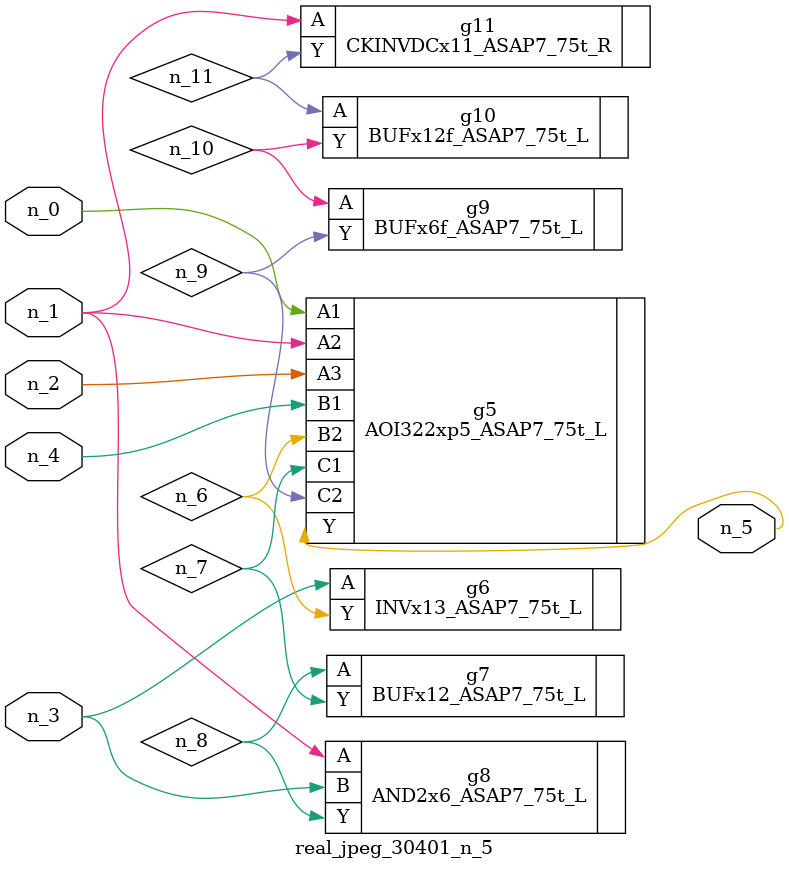
<source format=v>
module real_jpeg_30401_n_5 (n_4, n_0, n_1, n_2, n_3, n_5);

input n_4;
input n_0;
input n_1;
input n_2;
input n_3;

output n_5;

wire n_8;
wire n_11;
wire n_6;
wire n_7;
wire n_10;
wire n_9;

AOI322xp5_ASAP7_75t_L g5 ( 
.A1(n_0),
.A2(n_1),
.A3(n_2),
.B1(n_4),
.B2(n_6),
.C1(n_7),
.C2(n_9),
.Y(n_5)
);

AND2x6_ASAP7_75t_L g8 ( 
.A(n_1),
.B(n_3),
.Y(n_8)
);

CKINVDCx11_ASAP7_75t_R g11 ( 
.A(n_1),
.Y(n_11)
);

INVx13_ASAP7_75t_L g6 ( 
.A(n_3),
.Y(n_6)
);

BUFx12_ASAP7_75t_L g7 ( 
.A(n_8),
.Y(n_7)
);

BUFx6f_ASAP7_75t_L g9 ( 
.A(n_10),
.Y(n_9)
);

BUFx12f_ASAP7_75t_L g10 ( 
.A(n_11),
.Y(n_10)
);


endmodule
</source>
